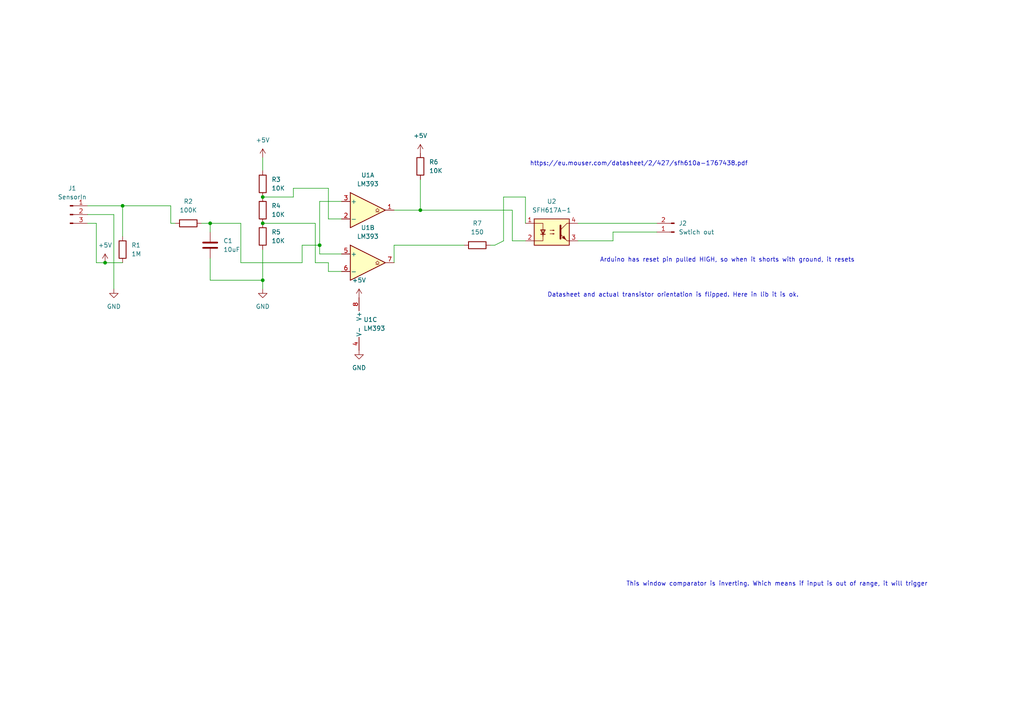
<source format=kicad_sch>
(kicad_sch (version 20211123) (generator eeschema)
  (paper "A4")
  (lib_symbols
    (symbol "Comparator:LM393" (pin_names (offset 0.127))
      (property "Reference" "U" (at 3.81 3.81 0))
      (property "Value" "LM393" (at 6.35 -3.81 0))
      (symbol "LM393_1_1"
        (polyline (pts (xy -5.08 5.08) (xy 5.08 0) (xy -5.08 -5.08) (xy -5.08 5.08)) (stroke (width 0.254)) (fill (type background)))
        (polyline (pts (xy 3.302 -0.508) (xy 2.794 -0.508) (xy 3.302 0) (xy 2.794 0.508) (xy 2.286 0) (xy 2.794 -0.508) (xy 2.286 -0.508)) (stroke (width 0.127)))
        (pin open_collector line (at 7.62 0 180) (length 2.54) (name "~") (number "1"))
        (pin input line (at -7.62 -2.54 0) (length 2.54) (name "-") (number "2"))
        (pin input line (at -7.62 2.54 0) (length 2.54) (name "+") (number "3"))
      )
      (symbol "LM393_2_1"
        (polyline (pts (xy -5.08 5.08) (xy 5.08 0) (xy -5.08 -5.08) (xy -5.08 5.08)) (stroke (width 0.254)) (fill (type background)))
        (polyline (pts (xy 3.302 -0.508) (xy 2.794 -0.508) (xy 3.302 0) (xy 2.794 0.508) (xy 2.286 0) (xy 2.794 -0.508) (xy 2.286 -0.508)) (stroke (width 0.127)))
        (pin input line (at -7.62 2.54 0) (length 2.54) (name "+") (number "5"))
        (pin input line (at -7.62 -2.54 0) (length 2.54) (name "-") (number "6"))
        (pin open_collector line (at 7.62 0 180) (length 2.54) (name "~") (number "7"))
      )
      (symbol "LM393_3_1"
        (pin power_in line (at -2.54 -7.62 90) (length 3.81) (name "V-") (number "4"))
        (pin power_in line (at -2.54 7.62 270) (length 3.81) (name "V+") (number "8"))
      )
    )
    (symbol "Connector:Conn_01x02_Male" (pin_names (offset 1.016) hide)
      (property "Reference" "J" (at 0 2.54 0))
      (property "Value" "Conn_01x02_Male" (at 0 -5.08 0))
      (symbol "Conn_01x02_Male_1_1"
        (polyline (pts (xy 1.27 -2.54) (xy 0.8636 -2.54)) (stroke (width 0.1524)))
        (polyline (pts (xy 1.27 0) (xy 0.8636 0)) (stroke (width 0.1524)))
        (rectangle (start 0.8636 -2.413) (end 0 -2.667) (stroke (width 0.1524)) (fill (type outline)))
        (rectangle (start 0.8636 0.127) (end 0 -0.127) (stroke (width 0.1524)) (fill (type outline)))
        (pin passive line (at 5.08 0 180) (length 3.81) (name "Pin_1") (number "1"))
        (pin passive line (at 5.08 -2.54 180) (length 3.81) (name "Pin_2") (number "2"))
      )
    )
    (symbol "Connector:Conn_01x03_Male" (pin_names (offset 1.016) hide)
      (property "Reference" "J" (at 0 5.08 0))
      (property "Value" "Conn_01x03_Male" (at 0 -5.08 0))
      (symbol "Conn_01x03_Male_1_1"
        (polyline (pts (xy 1.27 -2.54) (xy 0.8636 -2.54)) (stroke (width 0.1524)))
        (polyline (pts (xy 1.27 0) (xy 0.8636 0)) (stroke (width 0.1524)))
        (polyline (pts (xy 1.27 2.54) (xy 0.8636 2.54)) (stroke (width 0.1524)))
        (rectangle (start 0.8636 -2.413) (end 0 -2.667) (stroke (width 0.1524)) (fill (type outline)))
        (rectangle (start 0.8636 0.127) (end 0 -0.127) (stroke (width 0.1524)) (fill (type outline)))
        (rectangle (start 0.8636 2.667) (end 0 2.413) (stroke (width 0.1524)) (fill (type outline)))
        (pin passive line (at 5.08 2.54 180) (length 3.81) (name "Pin_1") (number "1"))
        (pin passive line (at 5.08 0 180) (length 3.81) (name "Pin_2") (number "2"))
        (pin passive line (at 5.08 -2.54 180) (length 3.81) (name "Pin_3") (number "3"))
      )
    )
    (symbol "Device:C" (pin_numbers hide) (pin_names (offset 0.254))
      (property "Reference" "C" (at 0.635 2.54 0))
      (property "Value" "C" (at 0.635 -2.54 0))
      (symbol "C_0_1"
        (polyline (pts (xy -2.032 -0.762) (xy 2.032 -0.762)) (stroke (width 0.508)))
        (polyline (pts (xy -2.032 0.762) (xy 2.032 0.762)) (stroke (width 0.508)))
      )
      (symbol "C_1_1"
        (pin passive line (at 0 3.81 270) (length 2.794) (name "~") (number "1"))
        (pin passive line (at 0 -3.81 90) (length 2.794) (name "~") (number "2"))
      )
    )
    (symbol "Device:R" (pin_numbers hide) (pin_names (offset 0))
      (property "Reference" "R" (at 2.032 0 90))
      (property "Value" "R" (at 0 0 90))
      (symbol "R_0_1"
        (rectangle (start -1.016 -2.54) (end 1.016 2.54) (stroke (width 0.254)))
      )
      (symbol "R_1_1"
        (pin passive line (at 0 3.81 270) (length 1.27) (name "~") (number "1"))
        (pin passive line (at 0 -3.81 90) (length 1.27) (name "~") (number "2"))
      )
    )
    (symbol "Isolator:SFH617A-1" (pin_names (offset 1.016))
      (property "Reference" "U" (at -5.08 5.08 0))
      (property "Value" "SFH617A-1" (at 0 5.08 0))
      (symbol "SFH617A-1_0_1"
        (rectangle (start -5.08 3.81) (end 5.08 -3.81) (stroke (width 0.254)) (fill (type background)))
        (polyline (pts (xy -3.175 -0.635) (xy -1.905 -0.635)) (stroke (width 0.254)))
        (polyline (pts (xy 2.54 0.635) (xy 4.445 2.54)))
        (polyline (pts (xy 4.445 -2.54) (xy 2.54 -0.635)) (fill (type outline)))
        (polyline (pts (xy 4.445 -2.54) (xy 5.08 -2.54)))
        (polyline (pts (xy 4.445 2.54) (xy 5.08 2.54)))
        (polyline (pts (xy -2.54 -0.635) (xy -2.54 -2.54) (xy -5.08 -2.54)))
        (polyline (pts (xy 2.54 1.905) (xy 2.54 -1.905) (xy 2.54 -1.905)) (stroke (width 0.508)))
        (polyline (pts (xy -5.08 2.54) (xy -2.54 2.54) (xy -2.54 -1.27) (xy -2.54 0.635)))
        (polyline (pts (xy -2.54 -0.635) (xy -3.175 0.635) (xy -1.905 0.635) (xy -2.54 -0.635)) (stroke (width 0.254)))
        (polyline (pts (xy -0.508 -0.508) (xy 0.762 -0.508) (xy 0.381 -0.635) (xy 0.381 -0.381) (xy 0.762 -0.508)))
        (polyline (pts (xy -0.508 0.508) (xy 0.762 0.508) (xy 0.381 0.381) (xy 0.381 0.635) (xy 0.762 0.508)))
        (polyline (pts (xy 3.048 -1.651) (xy 3.556 -1.143) (xy 4.064 -2.159) (xy 3.048 -1.651) (xy 3.048 -1.651)) (fill (type outline)))
      )
      (symbol "SFH617A-1_1_1"
        (pin passive line (at -7.62 2.54 0) (length 2.54) (name "~") (number "1"))
        (pin passive line (at -7.62 -2.54 0) (length 2.54) (name "~") (number "2"))
        (pin passive line (at 7.62 -2.54 180) (length 2.54) (name "~") (number "3"))
        (pin passive line (at 7.62 2.54 180) (length 2.54) (name "~") (number "4"))
      )
    )
    (symbol "power:+5V" (power) (pin_names (offset 0))
      (property "Value" "+5V" (at 0 3.556 0))
      (symbol "+5V_0_1"
        (polyline (pts (xy -0.762 1.27) (xy 0 2.54)))
        (polyline (pts (xy 0 0) (xy 0 2.54)))
        (polyline (pts (xy 0 2.54) (xy 0.762 1.27)))
      )
      (symbol "+5V_1_1"
        (pin power_in line (at 0 0 90) (length 0) hide (name "+5V") (number "1"))
      )
    )
    (symbol "power:GND" (power) (pin_names (offset 0))
      (property "Value" "GND" (at 0 -3.81 0))
      (symbol "GND_0_1"
        (polyline (pts (xy 0 0) (xy 0 -1.27) (xy 1.27 -1.27) (xy 0 -2.54) (xy -1.27 -1.27) (xy 0 -1.27)))
      )
      (symbol "GND_1_1"
        (pin power_in line (at 0 0 270) (length 0) hide (name "GND") (number "1"))
      )
    )
  )
  (junction (at 35.56 59.69))
  (junction (at 121.92 60.96))
  (junction (at 60.96 64.77))
  (junction (at 76.2 57.15))
  (junction (at 76.2 64.77))
  (junction (at 30.48 76.2))
  (junction (at 76.2 81.28))
  (junction (at 92.71 71.12))
  (wire (pts (xy 148.59 60.96) (xy 148.59 69.85)))
  (wire (pts (xy 146.05 57.15) (xy 146.05 69.85)))
  (wire (pts (xy 35.56 59.69) (xy 49.53 59.69)))
  (wire (pts (xy 114.3 71.12) (xy 114.3 76.2)))
  (wire (pts (xy 49.53 59.69) (xy 49.53 64.77)))
  (wire (pts (xy 60.96 64.77) (xy 60.96 67.31)))
  (wire (pts (xy 121.92 52.07) (xy 121.92 60.96)))
  (wire (pts (xy 30.48 76.2) (xy 27.94 76.2)))
  (wire (pts (xy 91.44 76.2) (xy 95.25 76.2)))
  (wire (pts (xy 49.53 64.77) (xy 50.8 64.77)))
  (wire (pts (xy 60.96 81.28) (xy 76.2 81.28)))
  (wire (pts (xy 92.71 58.42) (xy 92.71 71.12)))
  (wire (pts (xy 142.24 71.12) (xy 143.51 71.12)))
  (wire (pts (xy 95.25 63.5) (xy 99.06 63.5)))
  (wire (pts (xy 148.59 69.85) (xy 152.4 69.85)))
  (wire (pts (xy 121.92 60.96) (xy 114.3 60.96)))
  (wire (pts (xy 33.02 62.23) (xy 33.02 83.82)))
  (wire (pts (xy 76.2 45.72) (xy 76.2 49.53)))
  (wire (pts (xy 95.25 78.74) (xy 95.25 76.2)))
  (wire (pts (xy 58.42 64.77) (xy 60.96 64.77)))
  (wire (pts (xy 25.4 59.69) (xy 35.56 59.69)))
  (wire (pts (xy 27.94 64.77) (xy 25.4 64.77)))
  (wire (pts (xy 190.5 67.31) (xy 177.8 67.31)))
  (wire (pts (xy 95.25 63.5) (xy 95.25 54.61)))
  (wire (pts (xy 87.63 71.12) (xy 92.71 71.12)))
  (wire (pts (xy 99.06 58.42) (xy 92.71 58.42)))
  (wire (pts (xy 35.56 76.2) (xy 30.48 76.2)))
  (wire (pts (xy 85.09 54.61) (xy 85.09 57.15)))
  (wire (pts (xy 146.05 69.85) (xy 143.51 71.12)))
  (wire (pts (xy 76.2 81.28) (xy 76.2 83.82)))
  (wire (pts (xy 76.2 64.77) (xy 91.44 64.77)))
  (wire (pts (xy 69.85 76.2) (xy 69.85 64.77)))
  (wire (pts (xy 167.64 64.77) (xy 190.5 64.77)))
  (wire (pts (xy 99.06 78.74) (xy 95.25 78.74)))
  (wire (pts (xy 25.4 62.23) (xy 33.02 62.23)))
  (wire (pts (xy 92.71 71.12) (xy 92.71 73.66)))
  (wire (pts (xy 152.4 57.15) (xy 146.05 57.15)))
  (wire (pts (xy 95.25 54.61) (xy 85.09 54.61)))
  (wire (pts (xy 152.4 57.15) (xy 152.4 64.77)))
  (wire (pts (xy 27.94 76.2) (xy 27.94 64.77)))
  (wire (pts (xy 177.8 67.31) (xy 177.8 69.85)))
  (wire (pts (xy 121.92 60.96) (xy 148.59 60.96)))
  (wire (pts (xy 35.56 68.58) (xy 35.56 59.69)))
  (wire (pts (xy 114.3 71.12) (xy 134.62 71.12)))
  (wire (pts (xy 85.09 57.15) (xy 76.2 57.15)))
  (wire (pts (xy 92.71 73.66) (xy 99.06 73.66)))
  (wire (pts (xy 60.96 74.93) (xy 60.96 81.28)))
  (wire (pts (xy 69.85 64.77) (xy 60.96 64.77)))
  (wire (pts (xy 87.63 76.2) (xy 87.63 71.12)))
  (wire (pts (xy 177.8 69.85) (xy 167.64 69.85)))
  (wire (pts (xy 69.85 76.2) (xy 87.63 76.2)))
  (wire (pts (xy 91.44 64.77) (xy 91.44 76.2)))
  (wire (pts (xy 76.2 72.39) (xy 76.2 81.28)))
  (text "Datasheet and actual transistor orientation is flipped. Here in lib it is ok." (at 158.75 86.36 0) (effects (font (size 1.27 1.27)) (justify left bottom)))
  (text "This window comparator is inverting. Which means if input is out of range, it will trigger" (at 181.61 170.18 0) (effects (font (size 1.27 1.27)) (justify left bottom)))
  (text "Arduino has reset pin pulled HIGH, so when it shorts with ground, it resets" (at 173.99 76.2 0) (effects (font (size 1.27 1.27)) (justify left bottom)))
  (text "https://eu.mouser.com/datasheet/2/427/sfh610a-1767438.pdf" (at 153.67 48.26 0) (effects (font (size 1.27 1.27)) (justify left bottom)))
  (symbol (lib_id "Connector:Conn_01x02_Male") (at 195.58 67.31 180) (unit 1)
    (property "Reference" "J2" (at 196.85 64.7699 0) (effects (justify right)))
    (property "Value" "Swtich out" (at 196.85 67.3099 0) (effects (justify right)))
    (property "Footprint" "Connector_PinHeader_2.54mm:PinHeader_1x02_P2.54mm_Horizontal" (effects hide))
  )
  (symbol (lib_id "power:+5V") (at 121.92 44.45 0) (unit 1)
    (property "Reference" "#PWR0103" (effects hide))
    (property "Value" "+5V" (at 121.92 39.37 0))
  )
  (symbol (lib_id "Device:C") (at 60.96 71.12 0) (unit 1)
    (property "Reference" "C1" (at 64.77 69.8499 0) (effects (justify left)))
    (property "Value" "10uF" (at 64.77 72.3899 0) (effects (justify left)))
    (property "Footprint" "Capacitor_THT:C_Radial_D6.3mm_H11.0mm_P2.50mm" (effects hide))
  )
  (symbol (lib_id "power:GND") (at 33.02 83.82 0) (unit 1)
    (property "Reference" "#PWR0104" (effects hide))
    (property "Value" "GND" (at 33.02 88.9 0))
  )
  (symbol (lib_id "Device:R") (at 76.2 53.34 0) (unit 1)
    (property "Reference" "R3" (at 78.74 52.0699 0) (effects (justify left)))
    (property "Value" "10K" (at 78.74 54.6099 0) (effects (justify left)))
    (property "Footprint" "Resistor_SMD:R_0805_2012Metric" (effects hide))
  )
  (symbol (lib_id "Comparator:LM393") (at 106.68 76.2 0) (unit 2)
    (property "Reference" "U1" (at 106.68 66.04 0))
    (property "Value" "LM393" (at 106.68 68.58 0))
    (property "Footprint" "Package_DIP:DIP-8_W7.62mm" (effects hide))
    (property "Datasheet" "http://www.ti.com/lit/ds/symlink/lm393.pdf" (effects hide))
  )
  (symbol (lib_id "Device:R") (at 54.61 64.77 90) (unit 1)
    (property "Reference" "R2" (at 54.61 58.42 90))
    (property "Value" "100K" (at 54.61 60.96 90))
    (property "Footprint" "Resistor_SMD:R_0805_2012Metric" (effects hide))
  )
  (symbol (lib_id "Device:R") (at 121.92 48.26 0) (unit 1)
    (property "Reference" "R6" (at 124.46 46.9899 0) (effects (justify left)))
    (property "Value" "10K" (at 124.46 49.5299 0) (effects (justify left)))
    (property "Footprint" "Resistor_SMD:R_0805_2012Metric" (effects hide))
  )
  (symbol (lib_id "Comparator:LM393") (at 106.68 60.96 0) (unit 1)
    (property "Reference" "U1" (at 106.68 50.8 0))
    (property "Value" "LM393" (at 106.68 53.34 0))
    (property "Footprint" "Package_DIP:DIP-8_W7.62mm" (effects hide))
    (property "Datasheet" "http://www.ti.com/lit/ds/symlink/lm393.pdf" (effects hide))
  )
  (symbol (lib_id "power:+5V") (at 30.48 76.2 0) (unit 1)
    (property "Reference" "#PWR0105" (effects hide))
    (property "Value" "+5V" (at 30.48 71.12 0))
  )
  (symbol (lib_id "Comparator:LM393") (at 106.68 93.98 0) (unit 3)
    (property "Reference" "U1" (at 105.41 92.7099 0) (effects (justify left)))
    (property "Value" "LM393" (at 105.41 95.2499 0) (effects (justify left)))
    (property "Footprint" "Package_DIP:DIP-8_W7.62mm" (effects hide))
    (property "Datasheet" "http://www.ti.com/lit/ds/symlink/lm393.pdf" (effects hide))
  )
  (symbol (lib_id "Isolator:SFH617A-1") (at 160.02 67.31 0) (unit 1)
    (property "Reference" "U2" (at 160.02 58.42 0))
    (property "Value" "SFH617A-1" (at 160.02 60.96 0))
    (property "Footprint" "Package_DIP:DIP-4_W7.62mm" (effects hide))
    (property "Datasheet" "http://www.vishay.com/docs/83740/sfh617a.pdf" (effects hide))
  )
  (symbol (lib_id "Device:R") (at 76.2 68.58 0) (unit 1)
    (property "Reference" "R5" (at 78.74 67.3099 0) (effects (justify left)))
    (property "Value" "10K" (at 78.74 69.8499 0) (effects (justify left)))
    (property "Footprint" "Resistor_SMD:R_0805_2012Metric" (effects hide))
  )
  (symbol (lib_id "Connector:Conn_01x03_Male") (at 20.32 62.23 0) (unit 1)
    (property "Reference" "J1" (at 20.955 54.61 0))
    (property "Value" "SensorIn" (at 20.955 57.15 0))
    (property "Footprint" "Connector_PinHeader_2.54mm:PinHeader_1x03_P2.54mm_Horizontal" (effects hide))
  )
  (symbol (lib_id "power:GND") (at 104.14 101.6 0) (unit 1)
    (property "Reference" "#PWR0107" (effects hide))
    (property "Value" "GND" (at 104.14 106.68 0))
  )
  (symbol (lib_id "power:GND") (at 76.2 83.82 0) (unit 1)
    (property "Reference" "#PWR0101" (effects hide))
    (property "Value" "GND" (at 76.2 88.9 0))
  )
  (symbol (lib_id "Device:R") (at 76.2 60.96 0) (unit 1)
    (property "Reference" "R4" (at 78.74 59.6899 0) (effects (justify left)))
    (property "Value" "10K" (at 78.74 62.2299 0) (effects (justify left)))
    (property "Footprint" "Resistor_SMD:R_0805_2012Metric" (effects hide))
  )
  (symbol (lib_id "power:+5V") (at 104.14 86.36 0) (unit 1)
    (property "Reference" "#PWR?" (effects hide))
    (property "Value" "+5V" (at 104.14 81.28 0))
  )
  (symbol (lib_id "power:+5V") (at 76.2 45.72 0) (unit 1)
    (property "Reference" "#PWR0102" (effects hide))
    (property "Value" "+5V" (at 76.2 40.64 0))
  )
  (symbol (lib_id "Device:R") (at 138.43 71.12 90) (unit 1)
    (property "Reference" "R7" (at 138.43 64.77 90))
    (property "Value" "150" (at 138.43 67.31 90))
    (property "Footprint" "Resistor_THT:R_Axial_DIN0204_L3.6mm_D1.6mm_P7.62mm_Horizontal" (effects hide))
  )
  (symbol (lib_id "Device:R") (at 35.56 72.39 0) (unit 1)
    (property "Reference" "R1" (at 38.1 71.1199 0) (effects (justify left)))
    (property "Value" "1M" (at 38.1 73.6599 0) (effects (justify left)))
    (property "Footprint" "Resistor_SMD:R_0805_2012Metric" (effects hide))
  )
)
</source>
